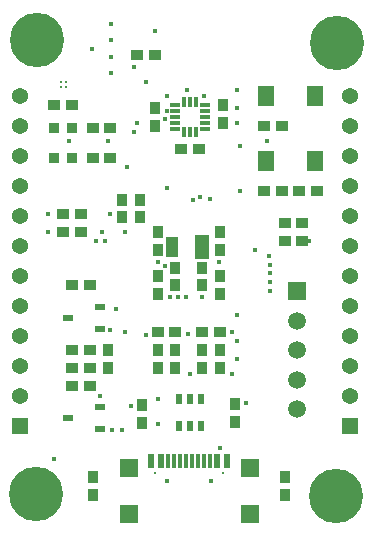
<source format=gts>
G04*
G04 #@! TF.GenerationSoftware,Altium Limited,Altium Designer,25.8.1 (18)*
G04*
G04 Layer_Color=8388736*
%FSLAX25Y25*%
%MOIN*%
G70*
G04*
G04 #@! TF.SameCoordinates,D775D7AA-2E8E-4D3B-9509-54632A005B4D*
G04*
G04*
G04 #@! TF.FilePolarity,Negative*
G04*
G01*
G75*
%ADD17R,0.03937X0.03740*%
%ADD18R,0.03740X0.03937*%
%ADD19R,0.03937X0.07087*%
%ADD20R,0.05315X0.07087*%
%ADD22R,0.03740X0.02362*%
%ADD23R,0.05906X0.05906*%
%ADD24R,0.02362X0.04528*%
%ADD25R,0.02362X0.03543*%
%ADD26R,0.03543X0.03740*%
%ADD27R,0.01181X0.04528*%
%ADD28R,0.03794X0.01594*%
%ADD29C,0.01142*%
%ADD30R,0.04740X0.07890*%
%ADD31R,0.01594X0.03794*%
%ADD32C,0.05394*%
%ADD33C,0.05937*%
%ADD34R,0.05937X0.05937*%
%ADD35C,0.18110*%
%ADD36R,0.05394X0.05394*%
%ADD37C,0.01280*%
%ADD38C,0.01772*%
D17*
X155512Y146653D02*
D03*
X187008Y113189D02*
D03*
X216535Y182087D02*
D03*
X194882Y174213D02*
D03*
X152559Y188976D02*
D03*
X149606Y152559D02*
D03*
X158465Y95472D02*
D03*
X149606Y146653D02*
D03*
X155512Y152559D02*
D03*
X195866Y113189D02*
D03*
X174213Y205709D02*
D03*
X223425Y149606D02*
D03*
X223425Y143701D02*
D03*
X222441Y182087D02*
D03*
Y160433D02*
D03*
X234252D02*
D03*
X229331Y149606D02*
D03*
X188976Y174213D02*
D03*
X201772Y113189D02*
D03*
X180118Y205709D02*
D03*
X146653Y188976D02*
D03*
X165291Y171433D02*
D03*
Y181276D02*
D03*
X181102Y113189D02*
D03*
X158465Y107283D02*
D03*
Y101378D02*
D03*
X152559Y128937D02*
D03*
Y95472D02*
D03*
X228346Y160433D02*
D03*
X216535D02*
D03*
X158465Y128937D02*
D03*
X229331Y143701D02*
D03*
X152559Y101378D02*
D03*
Y107283D02*
D03*
X159386Y181276D02*
D03*
Y171433D02*
D03*
D18*
X195866Y134843D02*
D03*
X187008Y107283D02*
D03*
X201772Y146653D02*
D03*
Y125984D02*
D03*
X180118Y182087D02*
D03*
X175197Y151575D02*
D03*
X181102Y146653D02*
D03*
X169291Y151575D02*
D03*
X181102Y125984D02*
D03*
X164370Y101378D02*
D03*
X195866Y107283D02*
D03*
X187008Y134843D02*
D03*
X202756Y188976D02*
D03*
X201772Y140748D02*
D03*
X207024Y89346D02*
D03*
X201772Y131890D02*
D03*
Y107283D02*
D03*
X187008Y128937D02*
D03*
X195866D02*
D03*
X180118Y187992D02*
D03*
X181102Y140748D02*
D03*
Y131890D02*
D03*
X175197Y157480D02*
D03*
X164370Y107283D02*
D03*
X169291Y157480D02*
D03*
X181102Y107283D02*
D03*
X175921Y88953D02*
D03*
X207024Y83441D02*
D03*
X159449Y59055D02*
D03*
X223425D02*
D03*
X159449Y64961D02*
D03*
X223425D02*
D03*
X202756Y183071D02*
D03*
X175921Y83047D02*
D03*
X201772Y101378D02*
D03*
X187008D02*
D03*
X181102D02*
D03*
X195866D02*
D03*
D19*
X186024Y141732D02*
D03*
D20*
X217224Y191929D02*
D03*
X233563Y170276D02*
D03*
Y191929D02*
D03*
X217224Y170276D02*
D03*
D22*
X161909Y88386D02*
D03*
Y114370D02*
D03*
Y80905D02*
D03*
Y121850D02*
D03*
X151083Y84646D02*
D03*
Y118110D02*
D03*
D23*
X211713Y68169D02*
D03*
Y52697D02*
D03*
X171398Y68169D02*
D03*
Y52697D02*
D03*
D24*
X204153Y70433D02*
D03*
X178957D02*
D03*
X201004D02*
D03*
X182106D02*
D03*
D25*
X191929Y82087D02*
D03*
Y91142D02*
D03*
X195669Y82087D02*
D03*
X188189D02*
D03*
Y91142D02*
D03*
X195669D02*
D03*
D26*
X146492Y171433D02*
D03*
Y181276D02*
D03*
X152594D02*
D03*
Y171433D02*
D03*
D27*
X188602Y70433D02*
D03*
X192539D02*
D03*
X194508D02*
D03*
X190571D02*
D03*
X186634D02*
D03*
X196476D02*
D03*
X198445D02*
D03*
X184665D02*
D03*
D28*
X196929Y187039D02*
D03*
Y181139D02*
D03*
X186929Y185039D02*
D03*
X196929Y188939D02*
D03*
X186929Y187039D02*
D03*
Y183039D02*
D03*
Y181139D02*
D03*
Y188939D02*
D03*
X196929Y185039D02*
D03*
Y183039D02*
D03*
D29*
X148819Y196653D02*
D03*
X150394Y195079D02*
D03*
Y196653D02*
D03*
X148819Y195079D02*
D03*
D30*
X195845Y141732D02*
D03*
D31*
X189929Y180039D02*
D03*
X193929Y190039D02*
D03*
X191929D02*
D03*
X193929Y180039D02*
D03*
X191929D02*
D03*
X189929Y190039D02*
D03*
D32*
X245295Y111953D02*
D03*
X135295Y151953D02*
D03*
Y131953D02*
D03*
X245295D02*
D03*
Y121953D02*
D03*
Y101953D02*
D03*
X135295Y161953D02*
D03*
X245295Y191953D02*
D03*
X135295D02*
D03*
Y141953D02*
D03*
Y171953D02*
D03*
X245295Y91953D02*
D03*
Y161953D02*
D03*
X135295Y91953D02*
D03*
Y101953D02*
D03*
Y111953D02*
D03*
Y121953D02*
D03*
Y181953D02*
D03*
X245295Y141953D02*
D03*
Y151953D02*
D03*
Y171953D02*
D03*
Y181953D02*
D03*
D33*
X227461Y107283D02*
D03*
Y97441D02*
D03*
Y117126D02*
D03*
Y87598D02*
D03*
D34*
Y126969D02*
D03*
D35*
X240945Y209842D02*
D03*
X240551Y58661D02*
D03*
X140945Y210630D02*
D03*
X140551Y59449D02*
D03*
D36*
X245295Y81953D02*
D03*
X135295D02*
D03*
D37*
X180177Y66201D02*
D03*
X202933D02*
D03*
D38*
X205709Y99410D02*
D03*
X191206Y112749D02*
D03*
X177165Y112205D02*
D03*
X195866Y125000D02*
D03*
X170276Y146653D02*
D03*
X183563Y135318D02*
D03*
X167323Y121063D02*
D03*
X173228Y201772D02*
D03*
X162402Y146653D02*
D03*
X207677Y119095D02*
D03*
X195845Y141732D02*
D03*
X201612Y136811D02*
D03*
X192913Y157480D02*
D03*
X181319Y90976D02*
D03*
X164370Y101378D02*
D03*
X152559Y188976D02*
D03*
X234252Y170276D02*
D03*
X195866Y175197D02*
D03*
X201772Y146653D02*
D03*
Y125984D02*
D03*
Y74803D02*
D03*
X181102Y146653D02*
D03*
Y125984D02*
D03*
X174213Y183071D02*
D03*
X175197Y151575D02*
D03*
X169291D02*
D03*
X144685Y152559D02*
D03*
X144685Y146653D02*
D03*
X161909Y88386D02*
D03*
Y92126D02*
D03*
X158465Y95472D02*
D03*
X165354Y152559D02*
D03*
X177165Y196850D02*
D03*
X218504Y126969D02*
D03*
X213583Y140748D02*
D03*
X195866Y113189D02*
D03*
X198455Y157756D02*
D03*
X208661Y175197D02*
D03*
X165532Y205079D02*
D03*
X186024Y140748D02*
D03*
X207677Y110236D02*
D03*
X223425Y143701D02*
D03*
X184055Y161417D02*
D03*
X183601Y184263D02*
D03*
X163386Y143701D02*
D03*
X160630D02*
D03*
X205709Y113189D02*
D03*
X231496Y143701D02*
D03*
X218311Y138583D02*
D03*
X218504Y132874D02*
D03*
Y135827D02*
D03*
Y129921D02*
D03*
X207677Y104331D02*
D03*
X195245Y158268D02*
D03*
X180118Y213583D02*
D03*
X165354Y114173D02*
D03*
X162402D02*
D03*
X164370Y107283D02*
D03*
X234252Y191929D02*
D03*
X222441Y182087D02*
D03*
X202756Y188976D02*
D03*
X196650Y192129D02*
D03*
X234252Y160433D02*
D03*
X222441D02*
D03*
X229331Y149606D02*
D03*
X217520Y177165D02*
D03*
X201772Y140748D02*
D03*
Y131890D02*
D03*
X190945Y193898D02*
D03*
X187992Y175197D02*
D03*
X210630Y89567D02*
D03*
X212992Y66929D02*
D03*
Y53937D02*
D03*
Y69685D02*
D03*
Y51181D02*
D03*
X210236D02*
D03*
Y66929D02*
D03*
Y69685D02*
D03*
Y53937D02*
D03*
X195866Y128937D02*
D03*
X201772Y107283D02*
D03*
X187008Y128937D02*
D03*
X191929Y82677D02*
D03*
X184055Y191929D02*
D03*
Y187008D02*
D03*
X173228Y180118D02*
D03*
X181102Y140748D02*
D03*
X175197Y157480D02*
D03*
X181102Y131890D02*
D03*
X171024Y168484D02*
D03*
X165532Y210591D02*
D03*
Y216102D02*
D03*
Y199567D02*
D03*
X165291Y171433D02*
D03*
X169291Y157480D02*
D03*
X146653Y188976D02*
D03*
X152559Y128937D02*
D03*
X181102Y107283D02*
D03*
Y113189D02*
D03*
X172244Y88583D02*
D03*
X172835Y69685D02*
D03*
Y66929D02*
D03*
X172670Y51249D02*
D03*
X170079Y69685D02*
D03*
X172670Y54005D02*
D03*
X158465Y107283D02*
D03*
Y101378D02*
D03*
X152559Y95472D02*
D03*
X169291Y80709D02*
D03*
X165766Y80651D02*
D03*
X170079Y66929D02*
D03*
X169914Y51249D02*
D03*
Y54005D02*
D03*
X162402Y80709D02*
D03*
X208661Y160433D02*
D03*
X190453Y125000D02*
D03*
X187992D02*
D03*
X185039D02*
D03*
X170276Y113189D02*
D03*
X181102Y136811D02*
D03*
X146653Y171260D02*
D03*
Y181102D02*
D03*
X151575Y177165D02*
D03*
X164370D02*
D03*
X159326Y207800D02*
D03*
X207677Y193898D02*
D03*
Y187992D02*
D03*
Y183071D02*
D03*
X158563Y128839D02*
D03*
X181102Y82677D02*
D03*
X159449Y59055D02*
D03*
X206693Y83661D02*
D03*
X198819Y63622D02*
D03*
X191929Y99410D02*
D03*
X184055Y63672D02*
D03*
X188199Y82759D02*
D03*
X195733Y82836D02*
D03*
X146653Y70866D02*
D03*
M02*

</source>
